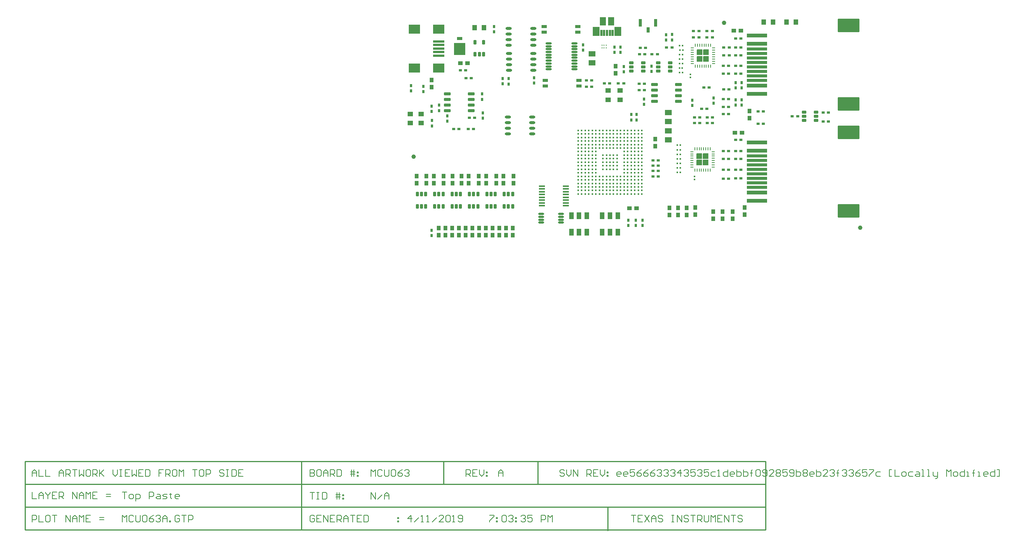
<source format=gtp>
G04*
G04 #@! TF.GenerationSoftware,Altium Limited,Altium Designer,18.1.9 (240)*
G04*
G04 Layer_Color=9021481*
%FSAX25Y25*%
%MOIN*%
G70*
G01*
G75*
%ADD15C,0.00800*%
%ADD16C,0.01000*%
G04:AMPARAMS|DCode=25|XSize=50mil|YSize=50mil|CornerRadius=2mil|HoleSize=0mil|Usage=FLASHONLY|Rotation=90.000|XOffset=0mil|YOffset=0mil|HoleType=Round|Shape=RoundedRectangle|*
%AMROUNDEDRECTD25*
21,1,0.05000,0.04600,0,0,90.0*
21,1,0.04600,0.05000,0,0,90.0*
1,1,0.00400,0.02300,0.02300*
1,1,0.00400,0.02300,-0.02300*
1,1,0.00400,-0.02300,-0.02300*
1,1,0.00400,-0.02300,0.02300*
%
%ADD25ROUNDEDRECTD25*%
%ADD26C,0.01575*%
G04:AMPARAMS|DCode=27|XSize=118.11mil|YSize=192.91mil|CornerRadius=1.77mil|HoleSize=0mil|Usage=FLASHONLY|Rotation=90.000|XOffset=0mil|YOffset=0mil|HoleType=Round|Shape=RoundedRectangle|*
%AMROUNDEDRECTD27*
21,1,0.11811,0.18937,0,0,90.0*
21,1,0.11457,0.19291,0,0,90.0*
1,1,0.00354,0.09469,0.05728*
1,1,0.00354,0.09469,-0.05728*
1,1,0.00354,-0.09469,-0.05728*
1,1,0.00354,-0.09469,0.05728*
%
%ADD27ROUNDEDRECTD27*%
G04:AMPARAMS|DCode=28|XSize=31.89mil|YSize=181.1mil|CornerRadius=1.91mil|HoleSize=0mil|Usage=FLASHONLY|Rotation=90.000|XOffset=0mil|YOffset=0mil|HoleType=Round|Shape=RoundedRectangle|*
%AMROUNDEDRECTD28*
21,1,0.03189,0.17728,0,0,90.0*
21,1,0.02806,0.18110,0,0,90.0*
1,1,0.00383,0.08864,0.01403*
1,1,0.00383,0.08864,-0.01403*
1,1,0.00383,-0.08864,-0.01403*
1,1,0.00383,-0.08864,0.01403*
%
%ADD28ROUNDEDRECTD28*%
G04:AMPARAMS|DCode=29|XSize=24.02mil|YSize=181.1mil|CornerRadius=1.92mil|HoleSize=0mil|Usage=FLASHONLY|Rotation=90.000|XOffset=0mil|YOffset=0mil|HoleType=Round|Shape=RoundedRectangle|*
%AMROUNDEDRECTD29*
21,1,0.02402,0.17726,0,0,90.0*
21,1,0.02017,0.18110,0,0,90.0*
1,1,0.00384,0.08863,0.01009*
1,1,0.00384,0.08863,-0.01009*
1,1,0.00384,-0.08863,-0.01009*
1,1,0.00384,-0.08863,0.01009*
%
%ADD29ROUNDEDRECTD29*%
%ADD30R,0.09843X0.07874*%
%ADD31R,0.09843X0.01968*%
%ADD32R,0.04331X0.04724*%
%ADD33R,0.04724X0.04331*%
%ADD34R,0.03937X0.06299*%
%ADD35R,0.03150X0.07087*%
%ADD36R,0.03150X0.04724*%
%ADD37R,0.05000X0.02992*%
G04:AMPARAMS|DCode=38|XSize=23.62mil|YSize=57.09mil|CornerRadius=2.01mil|HoleSize=0mil|Usage=FLASHONLY|Rotation=90.000|XOffset=0mil|YOffset=0mil|HoleType=Round|Shape=RoundedRectangle|*
%AMROUNDEDRECTD38*
21,1,0.02362,0.05307,0,0,90.0*
21,1,0.01961,0.05709,0,0,90.0*
1,1,0.00402,0.02653,0.00980*
1,1,0.00402,0.02653,-0.00980*
1,1,0.00402,-0.02653,-0.00980*
1,1,0.00402,-0.02653,0.00980*
%
%ADD38ROUNDEDRECTD38*%
G04:AMPARAMS|DCode=39|XSize=9.84mil|YSize=23.62mil|CornerRadius=1.97mil|HoleSize=0mil|Usage=FLASHONLY|Rotation=180.000|XOffset=0mil|YOffset=0mil|HoleType=Round|Shape=RoundedRectangle|*
%AMROUNDEDRECTD39*
21,1,0.00984,0.01968,0,0,180.0*
21,1,0.00591,0.02362,0,0,180.0*
1,1,0.00394,-0.00295,0.00984*
1,1,0.00394,0.00295,0.00984*
1,1,0.00394,0.00295,-0.00984*
1,1,0.00394,-0.00295,-0.00984*
%
%ADD39ROUNDEDRECTD39*%
G04:AMPARAMS|DCode=40|XSize=9.84mil|YSize=23.62mil|CornerRadius=1.97mil|HoleSize=0mil|Usage=FLASHONLY|Rotation=90.000|XOffset=0mil|YOffset=0mil|HoleType=Round|Shape=RoundedRectangle|*
%AMROUNDEDRECTD40*
21,1,0.00984,0.01968,0,0,90.0*
21,1,0.00591,0.02362,0,0,90.0*
1,1,0.00394,0.00984,0.00295*
1,1,0.00394,0.00984,-0.00295*
1,1,0.00394,-0.00984,-0.00295*
1,1,0.00394,-0.00984,0.00295*
%
%ADD40ROUNDEDRECTD40*%
%ADD41O,0.05512X0.01772*%
%ADD42R,0.05000X0.03000*%
%ADD43R,0.10000X0.10500*%
G04:AMPARAMS|DCode=44|XSize=54.13mil|YSize=74.8mil|CornerRadius=1.9mil|HoleSize=0mil|Usage=FLASHONLY|Rotation=0.000|XOffset=0mil|YOffset=0mil|HoleType=Round|Shape=RoundedRectangle|*
%AMROUNDEDRECTD44*
21,1,0.05413,0.07101,0,0,0.0*
21,1,0.05034,0.07480,0,0,0.0*
1,1,0.00379,0.02517,-0.03551*
1,1,0.00379,-0.02517,-0.03551*
1,1,0.00379,-0.02517,0.03551*
1,1,0.00379,0.02517,0.03551*
%
%ADD44ROUNDEDRECTD44*%
G04:AMPARAMS|DCode=45|XSize=58.07mil|YSize=82.68mil|CornerRadius=2.03mil|HoleSize=0mil|Usage=FLASHONLY|Rotation=0.000|XOffset=0mil|YOffset=0mil|HoleType=Round|Shape=RoundedRectangle|*
%AMROUNDEDRECTD45*
21,1,0.05807,0.07861,0,0,0.0*
21,1,0.05401,0.08268,0,0,0.0*
1,1,0.00407,0.02700,-0.03931*
1,1,0.00407,-0.02700,-0.03931*
1,1,0.00407,-0.02700,0.03931*
1,1,0.00407,0.02700,0.03931*
%
%ADD45ROUNDEDRECTD45*%
G04:AMPARAMS|DCode=46|XSize=17.72mil|YSize=54.33mil|CornerRadius=1.95mil|HoleSize=0mil|Usage=FLASHONLY|Rotation=0.000|XOffset=0mil|YOffset=0mil|HoleType=Round|Shape=RoundedRectangle|*
%AMROUNDEDRECTD46*
21,1,0.01772,0.05043,0,0,0.0*
21,1,0.01382,0.05433,0,0,0.0*
1,1,0.00390,0.00691,-0.02522*
1,1,0.00390,-0.00691,-0.02522*
1,1,0.00390,-0.00691,0.02522*
1,1,0.00390,0.00691,0.02522*
%
%ADD46ROUNDEDRECTD46*%
%ADD47C,0.03937*%
G04:AMPARAMS|DCode=48|XSize=7.87mil|YSize=13.78mil|CornerRadius=1.99mil|HoleSize=0mil|Usage=FLASHONLY|Rotation=0.000|XOffset=0mil|YOffset=0mil|HoleType=Round|Shape=RoundedRectangle|*
%AMROUNDEDRECTD48*
21,1,0.00787,0.00980,0,0,0.0*
21,1,0.00390,0.01378,0,0,0.0*
1,1,0.00398,0.00195,-0.00490*
1,1,0.00398,-0.00195,-0.00490*
1,1,0.00398,-0.00195,0.00490*
1,1,0.00398,0.00195,0.00490*
%
%ADD48ROUNDEDRECTD48*%
G04:AMPARAMS|DCode=49|XSize=7.87mil|YSize=11.81mil|CornerRadius=1.99mil|HoleSize=0mil|Usage=FLASHONLY|Rotation=0.000|XOffset=0mil|YOffset=0mil|HoleType=Round|Shape=RoundedRectangle|*
%AMROUNDEDRECTD49*
21,1,0.00787,0.00784,0,0,0.0*
21,1,0.00390,0.01181,0,0,0.0*
1,1,0.00398,0.00195,-0.00392*
1,1,0.00398,-0.00195,-0.00392*
1,1,0.00398,-0.00195,0.00392*
1,1,0.00398,0.00195,0.00392*
%
%ADD49ROUNDEDRECTD49*%
%ADD50O,0.05315X0.01772*%
G04:AMPARAMS|DCode=51|XSize=23.62mil|YSize=39.37mil|CornerRadius=2.01mil|HoleSize=0mil|Usage=FLASHONLY|Rotation=90.000|XOffset=0mil|YOffset=0mil|HoleType=Round|Shape=RoundedRectangle|*
%AMROUNDEDRECTD51*
21,1,0.02362,0.03535,0,0,90.0*
21,1,0.01961,0.03937,0,0,90.0*
1,1,0.00402,0.01768,0.00980*
1,1,0.00402,0.01768,-0.00980*
1,1,0.00402,-0.01768,-0.00980*
1,1,0.00402,-0.01768,0.00980*
%
%ADD51ROUNDEDRECTD51*%
G04:AMPARAMS|DCode=52|XSize=23.62mil|YSize=39.37mil|CornerRadius=2.01mil|HoleSize=0mil|Usage=FLASHONLY|Rotation=180.000|XOffset=0mil|YOffset=0mil|HoleType=Round|Shape=RoundedRectangle|*
%AMROUNDEDRECTD52*
21,1,0.02362,0.03535,0,0,180.0*
21,1,0.01961,0.03937,0,0,180.0*
1,1,0.00402,-0.00980,0.01768*
1,1,0.00402,0.00980,0.01768*
1,1,0.00402,0.00980,-0.01768*
1,1,0.00402,-0.00980,-0.01768*
%
%ADD52ROUNDEDRECTD52*%
%ADD53O,0.05709X0.01575*%
%ADD54O,0.05500X0.02362*%
%ADD55R,0.03937X0.03740*%
%ADD56R,0.01811X0.01654*%
%ADD57R,0.03150X0.02362*%
%ADD58R,0.02362X0.03150*%
%ADD59R,0.03740X0.03937*%
%ADD60R,0.06300X0.05000*%
%ADD61R,0.01654X0.01811*%
G54D15*
X-0248386Y-0188580D02*
X-0244388D01*
X-0246387D01*
Y-0194578D01*
X-0241389D02*
X-0239389D01*
X-0238390Y-0193578D01*
Y-0191579D01*
X-0239389Y-0190579D01*
X-0241389D01*
X-0242388Y-0191579D01*
Y-0193578D01*
X-0241389Y-0194578D01*
X-0236390Y-0196577D02*
Y-0190579D01*
X-0233391D01*
X-0232392Y-0191579D01*
Y-0193578D01*
X-0233391Y-0194578D01*
X-0236390D01*
X-0224394D02*
Y-0188580D01*
X-0221395D01*
X-0220395Y-0189579D01*
Y-0191579D01*
X-0221395Y-0192579D01*
X-0224394D01*
X-0217396Y-0190579D02*
X-0215397D01*
X-0214397Y-0191579D01*
Y-0194578D01*
X-0217396D01*
X-0218396Y-0193578D01*
X-0217396Y-0192579D01*
X-0214397D01*
X-0212398Y-0194578D02*
X-0209399D01*
X-0208399Y-0193578D01*
X-0209399Y-0192579D01*
X-0211398D01*
X-0212398Y-0191579D01*
X-0211398Y-0190579D01*
X-0208399D01*
X-0205400Y-0189579D02*
Y-0190579D01*
X-0206400D01*
X-0204401D01*
X-0205400D01*
Y-0193578D01*
X-0204401Y-0194578D01*
X-0198403D02*
X-0200402D01*
X-0201402Y-0193578D01*
Y-0191579D01*
X-0200402Y-0190579D01*
X-0198403D01*
X-0197403Y-0191579D01*
Y-0192579D01*
X-0201402D01*
X0195113Y-0174295D02*
X0193113D01*
X0192114Y-0173296D01*
Y-0171296D01*
X0193113Y-0170297D01*
X0195113D01*
X0196112Y-0171296D01*
Y-0172296D01*
X0192114D01*
X0201111Y-0174295D02*
X0199111D01*
X0198112Y-0173296D01*
Y-0171296D01*
X0199111Y-0170297D01*
X0201111D01*
X0202110Y-0171296D01*
Y-0172296D01*
X0198112D01*
X0208108Y-0168297D02*
X0204110D01*
Y-0171296D01*
X0206109Y-0170297D01*
X0207109D01*
X0208108Y-0171296D01*
Y-0173296D01*
X0207109Y-0174295D01*
X0205109D01*
X0204110Y-0173296D01*
X0214106Y-0168297D02*
X0212107Y-0169297D01*
X0210108Y-0171296D01*
Y-0173296D01*
X0211107Y-0174295D01*
X0213107D01*
X0214106Y-0173296D01*
Y-0172296D01*
X0213107Y-0171296D01*
X0210108D01*
X0220105Y-0168297D02*
X0218105Y-0169297D01*
X0216106Y-0171296D01*
Y-0173296D01*
X0217106Y-0174295D01*
X0219105D01*
X0220105Y-0173296D01*
Y-0172296D01*
X0219105Y-0171296D01*
X0216106D01*
X0226103Y-0168297D02*
X0224103Y-0169297D01*
X0222104Y-0171296D01*
Y-0173296D01*
X0223104Y-0174295D01*
X0225103D01*
X0226103Y-0173296D01*
Y-0172296D01*
X0225103Y-0171296D01*
X0222104D01*
X0228102Y-0169297D02*
X0229102Y-0168297D01*
X0231101D01*
X0232101Y-0169297D01*
Y-0170297D01*
X0231101Y-0171296D01*
X0230101D01*
X0231101D01*
X0232101Y-0172296D01*
Y-0173296D01*
X0231101Y-0174295D01*
X0229102D01*
X0228102Y-0173296D01*
X0234100Y-0169297D02*
X0235100Y-0168297D01*
X0237099D01*
X0238099Y-0169297D01*
Y-0170297D01*
X0237099Y-0171296D01*
X0236099D01*
X0237099D01*
X0238099Y-0172296D01*
Y-0173296D01*
X0237099Y-0174295D01*
X0235100D01*
X0234100Y-0173296D01*
X0240098Y-0169297D02*
X0241098Y-0168297D01*
X0243097D01*
X0244097Y-0169297D01*
Y-0170297D01*
X0243097Y-0171296D01*
X0242097D01*
X0243097D01*
X0244097Y-0172296D01*
Y-0173296D01*
X0243097Y-0174295D01*
X0241098D01*
X0240098Y-0173296D01*
X0249095Y-0174295D02*
Y-0168297D01*
X0246096Y-0171296D01*
X0250095D01*
X0252094Y-0169297D02*
X0253094Y-0168297D01*
X0255093D01*
X0256093Y-0169297D01*
Y-0170297D01*
X0255093Y-0171296D01*
X0254094D01*
X0255093D01*
X0256093Y-0172296D01*
Y-0173296D01*
X0255093Y-0174295D01*
X0253094D01*
X0252094Y-0173296D01*
X0262091Y-0168297D02*
X0258092D01*
Y-0171296D01*
X0260092Y-0170297D01*
X0261091D01*
X0262091Y-0171296D01*
Y-0173296D01*
X0261091Y-0174295D01*
X0259092D01*
X0258092Y-0173296D01*
X0264090Y-0169297D02*
X0265090Y-0168297D01*
X0267089D01*
X0268089Y-0169297D01*
Y-0170297D01*
X0267089Y-0171296D01*
X0266090D01*
X0267089D01*
X0268089Y-0172296D01*
Y-0173296D01*
X0267089Y-0174295D01*
X0265090D01*
X0264090Y-0173296D01*
X0274087Y-0168297D02*
X0270088D01*
Y-0171296D01*
X0272088Y-0170297D01*
X0273087D01*
X0274087Y-0171296D01*
Y-0173296D01*
X0273087Y-0174295D01*
X0271088D01*
X0270088Y-0173296D01*
X0280085Y-0170297D02*
X0277086D01*
X0276086Y-0171296D01*
Y-0173296D01*
X0277086Y-0174295D01*
X0280085D01*
X0282084D02*
X0284084D01*
X0283084D01*
Y-0168297D01*
X0282084Y-0169297D01*
X0291082Y-0168297D02*
Y-0174295D01*
X0288083D01*
X0287083Y-0173296D01*
Y-0171296D01*
X0288083Y-0170297D01*
X0291082D01*
X0296080Y-0174295D02*
X0294081D01*
X0293081Y-0173296D01*
Y-0171296D01*
X0294081Y-0170297D01*
X0296080D01*
X0297080Y-0171296D01*
Y-0172296D01*
X0293081D01*
X0299079Y-0168297D02*
Y-0174295D01*
X0302078D01*
X0303078Y-0173296D01*
Y-0172296D01*
Y-0171296D01*
X0302078Y-0170297D01*
X0299079D01*
X0305077Y-0168297D02*
Y-0174295D01*
X0308076D01*
X0309076Y-0173296D01*
Y-0172296D01*
Y-0171296D01*
X0308076Y-0170297D01*
X0305077D01*
X0312075Y-0174295D02*
Y-0169297D01*
Y-0171296D01*
X0311075D01*
X0313074D01*
X0312075D01*
Y-0169297D01*
X0313074Y-0168297D01*
X0316073Y-0169297D02*
X0317073Y-0168297D01*
X0319073D01*
X0320072Y-0169297D01*
Y-0173296D01*
X0319073Y-0174295D01*
X0317073D01*
X0316073Y-0173296D01*
Y-0169297D01*
X0322072Y-0173296D02*
X0323071Y-0174295D01*
X0325071D01*
X0326070Y-0173296D01*
Y-0169297D01*
X0325071Y-0168297D01*
X0323071D01*
X0322072Y-0169297D01*
Y-0170297D01*
X0323071Y-0171296D01*
X0326070D01*
X0332068Y-0174295D02*
X0328070D01*
X0332068Y-0170297D01*
Y-0169297D01*
X0331069Y-0168297D01*
X0329069D01*
X0328070Y-0169297D01*
X0334068D02*
X0335067Y-0168297D01*
X0337067D01*
X0338066Y-0169297D01*
Y-0170297D01*
X0337067Y-0171296D01*
X0338066Y-0172296D01*
Y-0173296D01*
X0337067Y-0174295D01*
X0335067D01*
X0334068Y-0173296D01*
Y-0172296D01*
X0335067Y-0171296D01*
X0334068Y-0170297D01*
Y-0169297D01*
X0335067Y-0171296D02*
X0337067D01*
X0344064Y-0168297D02*
X0340066D01*
Y-0171296D01*
X0342065Y-0170297D01*
X0343065D01*
X0344064Y-0171296D01*
Y-0173296D01*
X0343065Y-0174295D01*
X0341065D01*
X0340066Y-0173296D01*
X0346064D02*
X0347063Y-0174295D01*
X0349063D01*
X0350062Y-0173296D01*
Y-0169297D01*
X0349063Y-0168297D01*
X0347063D01*
X0346064Y-0169297D01*
Y-0170297D01*
X0347063Y-0171296D01*
X0350062D01*
X0352062Y-0168297D02*
Y-0174295D01*
X0355061D01*
X0356061Y-0173296D01*
Y-0172296D01*
Y-0171296D01*
X0355061Y-0170297D01*
X0352062D01*
X0358060Y-0169297D02*
X0359060Y-0168297D01*
X0361059D01*
X0362059Y-0169297D01*
Y-0170297D01*
X0361059Y-0171296D01*
X0362059Y-0172296D01*
Y-0173296D01*
X0361059Y-0174295D01*
X0359060D01*
X0358060Y-0173296D01*
Y-0172296D01*
X0359060Y-0171296D01*
X0358060Y-0170297D01*
Y-0169297D01*
X0359060Y-0171296D02*
X0361059D01*
X0367057Y-0174295D02*
X0365058D01*
X0364058Y-0173296D01*
Y-0171296D01*
X0365058Y-0170297D01*
X0367057D01*
X0368057Y-0171296D01*
Y-0172296D01*
X0364058D01*
X0370056Y-0168297D02*
Y-0174295D01*
X0373055D01*
X0374055Y-0173296D01*
Y-0172296D01*
Y-0171296D01*
X0373055Y-0170297D01*
X0370056D01*
X0380053Y-0174295D02*
X0376054D01*
X0380053Y-0170297D01*
Y-0169297D01*
X0379053Y-0168297D01*
X0377054D01*
X0376054Y-0169297D01*
X0382052D02*
X0383052Y-0168297D01*
X0385051D01*
X0386051Y-0169297D01*
Y-0170297D01*
X0385051Y-0171296D01*
X0384051D01*
X0385051D01*
X0386051Y-0172296D01*
Y-0173296D01*
X0385051Y-0174295D01*
X0383052D01*
X0382052Y-0173296D01*
X0389050Y-0174295D02*
Y-0169297D01*
Y-0171296D01*
X0388050D01*
X0390050D01*
X0389050D01*
Y-0169297D01*
X0390050Y-0168297D01*
X0393049Y-0169297D02*
X0394048Y-0168297D01*
X0396048D01*
X0397047Y-0169297D01*
Y-0170297D01*
X0396048Y-0171296D01*
X0395048D01*
X0396048D01*
X0397047Y-0172296D01*
Y-0173296D01*
X0396048Y-0174295D01*
X0394048D01*
X0393049Y-0173296D01*
X0399047Y-0169297D02*
X0400046Y-0168297D01*
X0402046D01*
X0403045Y-0169297D01*
Y-0170297D01*
X0402046Y-0171296D01*
X0401046D01*
X0402046D01*
X0403045Y-0172296D01*
Y-0173296D01*
X0402046Y-0174295D01*
X0400046D01*
X0399047Y-0173296D01*
X0409043Y-0168297D02*
X0407044Y-0169297D01*
X0405045Y-0171296D01*
Y-0173296D01*
X0406044Y-0174295D01*
X0408044D01*
X0409043Y-0173296D01*
Y-0172296D01*
X0408044Y-0171296D01*
X0405045D01*
X0415041Y-0168297D02*
X0411043D01*
Y-0171296D01*
X0413042Y-0170297D01*
X0414042D01*
X0415041Y-0171296D01*
Y-0173296D01*
X0414042Y-0174295D01*
X0412043D01*
X0411043Y-0173296D01*
X0417041Y-0168297D02*
X0421039D01*
Y-0169297D01*
X0417041Y-0173296D01*
Y-0174295D01*
X0427038Y-0170297D02*
X0424039D01*
X0423039Y-0171296D01*
Y-0173296D01*
X0424039Y-0174295D01*
X0427038D01*
X0437034D02*
X0435035D01*
Y-0168297D01*
X0437034D01*
X0440033D02*
Y-0174295D01*
X0444032D01*
X0447031D02*
X0449030D01*
X0450030Y-0173296D01*
Y-0171296D01*
X0449030Y-0170297D01*
X0447031D01*
X0446032Y-0171296D01*
Y-0173296D01*
X0447031Y-0174295D01*
X0456028Y-0170297D02*
X0453029D01*
X0452030Y-0171296D01*
Y-0173296D01*
X0453029Y-0174295D01*
X0456028D01*
X0459027Y-0170297D02*
X0461027D01*
X0462026Y-0171296D01*
Y-0174295D01*
X0459027D01*
X0458028Y-0173296D01*
X0459027Y-0172296D01*
X0462026D01*
X0464026Y-0174295D02*
X0466025D01*
X0465025D01*
Y-0168297D01*
X0464026D01*
X0469024Y-0174295D02*
X0471023D01*
X0470024D01*
Y-0168297D01*
X0469024D01*
X0474022Y-0170297D02*
Y-0173296D01*
X0475022Y-0174295D01*
X0478021D01*
Y-0175295D01*
X0477021Y-0176295D01*
X0476022D01*
X0478021Y-0174295D02*
Y-0170297D01*
X0486019Y-0174295D02*
Y-0168297D01*
X0488018Y-0170297D01*
X0490017Y-0168297D01*
Y-0174295D01*
X0493016D02*
X0495016D01*
X0496015Y-0173296D01*
Y-0171296D01*
X0495016Y-0170297D01*
X0493016D01*
X0492017Y-0171296D01*
Y-0173296D01*
X0493016Y-0174295D01*
X0502013Y-0168297D02*
Y-0174295D01*
X0499014D01*
X0498015Y-0173296D01*
Y-0171296D01*
X0499014Y-0170297D01*
X0502013D01*
X0504013Y-0174295D02*
X0506012D01*
X0505012D01*
Y-0170297D01*
X0504013D01*
X0510011Y-0174295D02*
Y-0169297D01*
Y-0171296D01*
X0509011D01*
X0511010D01*
X0510011D01*
Y-0169297D01*
X0511010Y-0168297D01*
X0514010Y-0174295D02*
X0516009D01*
X0515009D01*
Y-0170297D01*
X0514010D01*
X0522007Y-0174295D02*
X0520008D01*
X0519008Y-0173296D01*
Y-0171296D01*
X0520008Y-0170297D01*
X0522007D01*
X0523006Y-0171296D01*
Y-0172296D01*
X0519008D01*
X0529005Y-0168297D02*
Y-0174295D01*
X0526006D01*
X0525006Y-0173296D01*
Y-0171296D01*
X0526006Y-0170297D01*
X0529005D01*
X0531004Y-0174295D02*
X0533003D01*
Y-0168297D01*
X0531004D01*
X0145512Y-0169297D02*
X0144513Y-0168297D01*
X0142513D01*
X0141514Y-0169297D01*
Y-0170297D01*
X0142513Y-0171296D01*
X0144513D01*
X0145512Y-0172296D01*
Y-0173296D01*
X0144513Y-0174295D01*
X0142513D01*
X0141514Y-0173296D01*
X0147512Y-0168297D02*
Y-0172296D01*
X0149511Y-0174295D01*
X0151510Y-0172296D01*
Y-0168297D01*
X0153510Y-0174295D02*
Y-0168297D01*
X0157508Y-0174295D01*
Y-0168297D01*
X0165506Y-0174295D02*
Y-0168297D01*
X0168505D01*
X0169504Y-0169297D01*
Y-0171296D01*
X0168505Y-0172296D01*
X0165506D01*
X0167505D02*
X0169504Y-0174295D01*
X0175503Y-0168297D02*
X0171504D01*
Y-0174295D01*
X0175503D01*
X0171504Y-0171296D02*
X0173503D01*
X0177502Y-0168297D02*
Y-0172296D01*
X0179501Y-0174295D01*
X0181501Y-0172296D01*
Y-0168297D01*
X0183500Y-0170297D02*
X0184500D01*
Y-0171296D01*
X0183500D01*
Y-0170297D01*
Y-0173296D02*
X0184500D01*
Y-0174295D01*
X0183500D01*
Y-0173296D01*
X0057714Y-0174295D02*
Y-0168297D01*
X0060713D01*
X0061712Y-0169297D01*
Y-0171296D01*
X0060713Y-0172296D01*
X0057714D01*
X0059713D02*
X0061712Y-0174295D01*
X0067710Y-0168297D02*
X0063712D01*
Y-0174295D01*
X0067710D01*
X0063712Y-0171296D02*
X0065711D01*
X0069710Y-0168297D02*
Y-0172296D01*
X0071709Y-0174295D01*
X0073708Y-0172296D01*
Y-0168297D01*
X0075708Y-0170297D02*
X0076708D01*
Y-0171296D01*
X0075708D01*
Y-0170297D01*
Y-0173296D02*
X0076708D01*
Y-0174295D01*
X0075708D01*
Y-0173296D01*
X-0248386Y-0215162D02*
Y-0209164D01*
X-0246387Y-0211163D01*
X-0244388Y-0209164D01*
Y-0215162D01*
X-0238390Y-0210164D02*
X-0239389Y-0209164D01*
X-0241389D01*
X-0242388Y-0210164D01*
Y-0214162D01*
X-0241389Y-0215162D01*
X-0239389D01*
X-0238390Y-0214162D01*
X-0236390Y-0209164D02*
Y-0214162D01*
X-0235391Y-0215162D01*
X-0233391D01*
X-0232392Y-0214162D01*
Y-0209164D01*
X-0230392Y-0210164D02*
X-0229393Y-0209164D01*
X-0227393D01*
X-0226394Y-0210164D01*
Y-0214162D01*
X-0227393Y-0215162D01*
X-0229393D01*
X-0230392Y-0214162D01*
Y-0210164D01*
X-0220395Y-0209164D02*
X-0222395Y-0210164D01*
X-0224394Y-0212163D01*
Y-0214162D01*
X-0223394Y-0215162D01*
X-0221395D01*
X-0220395Y-0214162D01*
Y-0213163D01*
X-0221395Y-0212163D01*
X-0224394D01*
X-0218396Y-0210164D02*
X-0217396Y-0209164D01*
X-0215397D01*
X-0214397Y-0210164D01*
Y-0211163D01*
X-0215397Y-0212163D01*
X-0216397D01*
X-0215397D01*
X-0214397Y-0213163D01*
Y-0214162D01*
X-0215397Y-0215162D01*
X-0217396D01*
X-0218396Y-0214162D01*
X-0212398Y-0215162D02*
Y-0211163D01*
X-0210399Y-0209164D01*
X-0208399Y-0211163D01*
Y-0215162D01*
Y-0212163D01*
X-0212398D01*
X-0206400Y-0215162D02*
Y-0214162D01*
X-0205400D01*
Y-0215162D01*
X-0206400D01*
X-0197403Y-0210164D02*
X-0198403Y-0209164D01*
X-0200402D01*
X-0201402Y-0210164D01*
Y-0214162D01*
X-0200402Y-0215162D01*
X-0198403D01*
X-0197403Y-0214162D01*
Y-0212163D01*
X-0199402D01*
X-0195404Y-0209164D02*
X-0191405D01*
X-0193404D01*
Y-0215162D01*
X-0189406D02*
Y-0209164D01*
X-0186406D01*
X-0185407Y-0210164D01*
Y-0212163D01*
X-0186406Y-0213163D01*
X-0189406D01*
X0008863Y-0215162D02*
Y-0209164D01*
X0005864Y-0212163D01*
X0009862D01*
X0011862Y-0215162D02*
X0015860Y-0211163D01*
X0017860Y-0215162D02*
X0019859D01*
X0018859D01*
Y-0209164D01*
X0017860Y-0210164D01*
X0022858Y-0215162D02*
X0024858D01*
X0023858D01*
Y-0209164D01*
X0022858Y-0210164D01*
X0027856Y-0215162D02*
X0031855Y-0211163D01*
X0037853Y-0215162D02*
X0033854D01*
X0037853Y-0211163D01*
Y-0210164D01*
X0036854Y-0209164D01*
X0034854D01*
X0033854Y-0210164D01*
X0039853D02*
X0040852Y-0209164D01*
X0042852D01*
X0043851Y-0210164D01*
Y-0214162D01*
X0042852Y-0215162D01*
X0040852D01*
X0039853Y-0214162D01*
Y-0210164D01*
X0045851Y-0215162D02*
X0047850D01*
X0046850D01*
Y-0209164D01*
X0045851Y-0210164D01*
X0050849Y-0214162D02*
X0051849Y-0215162D01*
X0053848D01*
X0054848Y-0214162D01*
Y-0210164D01*
X0053848Y-0209164D01*
X0051849D01*
X0050849Y-0210164D01*
Y-0211163D01*
X0051849Y-0212163D01*
X0054848D01*
X-0077088Y-0210164D02*
X-0078087Y-0209164D01*
X-0080087D01*
X-0081086Y-0210164D01*
Y-0214162D01*
X-0080087Y-0215162D01*
X-0078087D01*
X-0077088Y-0214162D01*
Y-0212163D01*
X-0079087D01*
X-0071090Y-0209164D02*
X-0075088D01*
Y-0215162D01*
X-0071090D01*
X-0075088Y-0212163D02*
X-0073089D01*
X-0069090Y-0215162D02*
Y-0209164D01*
X-0065092Y-0215162D01*
Y-0209164D01*
X-0059093D02*
X-0063092D01*
Y-0215162D01*
X-0059093D01*
X-0063092Y-0212163D02*
X-0061093D01*
X-0057094Y-0215162D02*
Y-0209164D01*
X-0054095D01*
X-0053096Y-0210164D01*
Y-0212163D01*
X-0054095Y-0213163D01*
X-0057094D01*
X-0055095D02*
X-0053096Y-0215162D01*
X-0051096D02*
Y-0211163D01*
X-0049097Y-0209164D01*
X-0047097Y-0211163D01*
Y-0215162D01*
Y-0212163D01*
X-0051096D01*
X-0045098Y-0209164D02*
X-0041099D01*
X-0043099D01*
Y-0215162D01*
X-0035101Y-0209164D02*
X-0039100D01*
Y-0215162D01*
X-0035101D01*
X-0039100Y-0212163D02*
X-0037101D01*
X-0033102Y-0209164D02*
Y-0215162D01*
X-0030103D01*
X-0029103Y-0214162D01*
Y-0210164D01*
X-0030103Y-0209164D01*
X-0033102D01*
X-0003112Y-0211163D02*
X-0002112D01*
Y-0212163D01*
X-0003112D01*
Y-0211163D01*
Y-0214162D02*
X-0002112D01*
Y-0215162D01*
X-0003112D01*
Y-0214162D01*
X-0328936Y-0174295D02*
Y-0170297D01*
X-0326937Y-0168297D01*
X-0324938Y-0170297D01*
Y-0174295D01*
Y-0171296D01*
X-0328936D01*
X-0322938Y-0168297D02*
Y-0174295D01*
X-0318940D01*
X-0316940Y-0168297D02*
Y-0174295D01*
X-0312942D01*
X-0304944D02*
Y-0170297D01*
X-0302945Y-0168297D01*
X-0300945Y-0170297D01*
Y-0174295D01*
Y-0171296D01*
X-0304944D01*
X-0298946Y-0174295D02*
Y-0168297D01*
X-0295947D01*
X-0294947Y-0169297D01*
Y-0171296D01*
X-0295947Y-0172296D01*
X-0298946D01*
X-0296947D02*
X-0294947Y-0174295D01*
X-0292948Y-0168297D02*
X-0288949D01*
X-0290949D01*
Y-0174295D01*
X-0286950Y-0168297D02*
Y-0174295D01*
X-0284951Y-0172296D01*
X-0282951Y-0174295D01*
Y-0168297D01*
X-0277953D02*
X-0279952D01*
X-0280952Y-0169297D01*
Y-0173296D01*
X-0279952Y-0174295D01*
X-0277953D01*
X-0276953Y-0173296D01*
Y-0169297D01*
X-0277953Y-0168297D01*
X-0274954Y-0174295D02*
Y-0168297D01*
X-0271955D01*
X-0270955Y-0169297D01*
Y-0171296D01*
X-0271955Y-0172296D01*
X-0274954D01*
X-0272955D02*
X-0270955Y-0174295D01*
X-0268956Y-0168297D02*
Y-0174295D01*
Y-0172296D01*
X-0264957Y-0168297D01*
X-0267956Y-0171296D01*
X-0264957Y-0174295D01*
X-0256960Y-0168297D02*
Y-0172296D01*
X-0254960Y-0174295D01*
X-0252961Y-0172296D01*
Y-0168297D01*
X-0250962D02*
X-0248962D01*
X-0249962D01*
Y-0174295D01*
X-0250962D01*
X-0248962D01*
X-0241965Y-0168297D02*
X-0245963D01*
Y-0174295D01*
X-0241965D01*
X-0245963Y-0171296D02*
X-0243964D01*
X-0239965Y-0168297D02*
Y-0174295D01*
X-0237966Y-0172296D01*
X-0235966Y-0174295D01*
Y-0168297D01*
X-0229968D02*
X-0233967D01*
Y-0174295D01*
X-0229968D01*
X-0233967Y-0171296D02*
X-0231968D01*
X-0227969Y-0168297D02*
Y-0174295D01*
X-0224970D01*
X-0223970Y-0173296D01*
Y-0169297D01*
X-0224970Y-0168297D01*
X-0227969D01*
X-0211974D02*
X-0215973D01*
Y-0171296D01*
X-0213974D01*
X-0215973D01*
Y-0174295D01*
X-0209975D02*
Y-0168297D01*
X-0206976D01*
X-0205976Y-0169297D01*
Y-0171296D01*
X-0206976Y-0172296D01*
X-0209975D01*
X-0207976D02*
X-0205976Y-0174295D01*
X-0200978Y-0168297D02*
X-0202977D01*
X-0203977Y-0169297D01*
Y-0173296D01*
X-0202977Y-0174295D01*
X-0200978D01*
X-0199978Y-0173296D01*
Y-0169297D01*
X-0200978Y-0168297D01*
X-0197979Y-0174295D02*
Y-0168297D01*
X-0195979Y-0170297D01*
X-0193980Y-0168297D01*
Y-0174295D01*
X-0185983Y-0168297D02*
X-0181984D01*
X-0183983D01*
Y-0174295D01*
X-0176986Y-0168297D02*
X-0178985D01*
X-0179985Y-0169297D01*
Y-0173296D01*
X-0178985Y-0174295D01*
X-0176986D01*
X-0175986Y-0173296D01*
Y-0169297D01*
X-0176986Y-0168297D01*
X-0173986Y-0174295D02*
Y-0168297D01*
X-0170987D01*
X-0169988Y-0169297D01*
Y-0171296D01*
X-0170987Y-0172296D01*
X-0173986D01*
X-0157992Y-0169297D02*
X-0158991Y-0168297D01*
X-0160991D01*
X-0161990Y-0169297D01*
Y-0170297D01*
X-0160991Y-0171296D01*
X-0158991D01*
X-0157992Y-0172296D01*
Y-0173296D01*
X-0158991Y-0174295D01*
X-0160991D01*
X-0161990Y-0173296D01*
X-0155992Y-0168297D02*
X-0153993D01*
X-0154993D01*
Y-0174295D01*
X-0155992D01*
X-0153993D01*
X-0150994Y-0168297D02*
Y-0174295D01*
X-0147995D01*
X-0146995Y-0173296D01*
Y-0169297D01*
X-0147995Y-0168297D01*
X-0150994D01*
X-0140997D02*
X-0144996D01*
Y-0174295D01*
X-0140997D01*
X-0144996Y-0171296D02*
X-0142997D01*
X0086864Y-0174295D02*
Y-0170297D01*
X0088863Y-0168297D01*
X0090862Y-0170297D01*
Y-0174295D01*
Y-0171296D01*
X0086864D01*
X-0026736Y-0174295D02*
Y-0168297D01*
X-0024737Y-0170297D01*
X-0022738Y-0168297D01*
Y-0174295D01*
X-0016740Y-0169297D02*
X-0017739Y-0168297D01*
X-0019739D01*
X-0020738Y-0169297D01*
Y-0173296D01*
X-0019739Y-0174295D01*
X-0017739D01*
X-0016740Y-0173296D01*
X-0014740Y-0168297D02*
Y-0173296D01*
X-0013741Y-0174295D01*
X-0011741D01*
X-0010742Y-0173296D01*
Y-0168297D01*
X-0008742Y-0169297D02*
X-0007743Y-0168297D01*
X-0005743D01*
X-0004744Y-0169297D01*
Y-0173296D01*
X-0005743Y-0174295D01*
X-0007743D01*
X-0008742Y-0173296D01*
Y-0169297D01*
X0001255Y-0168297D02*
X-0000745Y-0169297D01*
X-0002744Y-0171296D01*
Y-0173296D01*
X-0001744Y-0174295D01*
X0000255D01*
X0001255Y-0173296D01*
Y-0172296D01*
X0000255Y-0171296D01*
X-0002744D01*
X0003254Y-0169297D02*
X0004254Y-0168297D01*
X0006253D01*
X0007253Y-0169297D01*
Y-0170297D01*
X0006253Y-0171296D01*
X0005253D01*
X0006253D01*
X0007253Y-0172296D01*
Y-0173296D01*
X0006253Y-0174295D01*
X0004254D01*
X0003254Y-0173296D01*
X-0081286Y-0168297D02*
Y-0174295D01*
X-0078287D01*
X-0077288Y-0173296D01*
Y-0172296D01*
X-0078287Y-0171296D01*
X-0081286D01*
X-0078287D01*
X-0077288Y-0170297D01*
Y-0169297D01*
X-0078287Y-0168297D01*
X-0081286D01*
X-0072289D02*
X-0074289D01*
X-0075288Y-0169297D01*
Y-0173296D01*
X-0074289Y-0174295D01*
X-0072289D01*
X-0071290Y-0173296D01*
Y-0169297D01*
X-0072289Y-0168297D01*
X-0069290Y-0174295D02*
Y-0170297D01*
X-0067291Y-0168297D01*
X-0065292Y-0170297D01*
Y-0174295D01*
Y-0171296D01*
X-0069290D01*
X-0063292Y-0174295D02*
Y-0168297D01*
X-0060293D01*
X-0059294Y-0169297D01*
Y-0171296D01*
X-0060293Y-0172296D01*
X-0063292D01*
X-0061293D02*
X-0059294Y-0174295D01*
X-0057294Y-0168297D02*
Y-0174295D01*
X-0054295D01*
X-0053295Y-0173296D01*
Y-0169297D01*
X-0054295Y-0168297D01*
X-0057294D01*
X-0044298Y-0174295D02*
Y-0168297D01*
X-0042299D02*
Y-0174295D01*
X-0045298Y-0170297D02*
X-0042299D01*
X-0041299D01*
X-0045298Y-0172296D02*
X-0041299D01*
X-0039300Y-0170297D02*
X-0038300D01*
Y-0171296D01*
X-0039300D01*
Y-0170297D01*
Y-0173296D02*
X-0038300D01*
Y-0174295D01*
X-0039300D01*
Y-0173296D01*
X-0328936Y-0188580D02*
Y-0194578D01*
X-0324938D01*
X-0322938D02*
Y-0190579D01*
X-0320939Y-0188580D01*
X-0318940Y-0190579D01*
Y-0194578D01*
Y-0191579D01*
X-0322938D01*
X-0316940Y-0188580D02*
Y-0189579D01*
X-0314941Y-0191579D01*
X-0312942Y-0189579D01*
Y-0188580D01*
X-0314941Y-0191579D02*
Y-0194578D01*
X-0306943Y-0188580D02*
X-0310942D01*
Y-0194578D01*
X-0306943D01*
X-0310942Y-0191579D02*
X-0308943D01*
X-0304944Y-0194578D02*
Y-0188580D01*
X-0301945D01*
X-0300945Y-0189579D01*
Y-0191579D01*
X-0301945Y-0192579D01*
X-0304944D01*
X-0302945D02*
X-0300945Y-0194578D01*
X-0292948D02*
Y-0188580D01*
X-0288949Y-0194578D01*
Y-0188580D01*
X-0286950Y-0194578D02*
Y-0190579D01*
X-0284951Y-0188580D01*
X-0282951Y-0190579D01*
Y-0194578D01*
Y-0191579D01*
X-0286950D01*
X-0280952Y-0194578D02*
Y-0188580D01*
X-0278953Y-0190579D01*
X-0276953Y-0188580D01*
Y-0194578D01*
X-0270955Y-0188580D02*
X-0274954D01*
Y-0194578D01*
X-0270955D01*
X-0274954Y-0191579D02*
X-0272955D01*
X-0262958Y-0192579D02*
X-0258959D01*
X-0262958Y-0190579D02*
X-0258959D01*
X-0328936Y-0215162D02*
Y-0209164D01*
X-0325937D01*
X-0324938Y-0210164D01*
Y-0212163D01*
X-0325937Y-0213163D01*
X-0328936D01*
X-0322938Y-0209164D02*
Y-0215162D01*
X-0318940D01*
X-0313941Y-0209164D02*
X-0315941D01*
X-0316940Y-0210164D01*
Y-0214162D01*
X-0315941Y-0215162D01*
X-0313941D01*
X-0312942Y-0214162D01*
Y-0210164D01*
X-0313941Y-0209164D01*
X-0310942D02*
X-0306943D01*
X-0308943D01*
Y-0215162D01*
X-0298946D02*
Y-0209164D01*
X-0294947Y-0215162D01*
Y-0209164D01*
X-0292948Y-0215162D02*
Y-0211163D01*
X-0290949Y-0209164D01*
X-0288949Y-0211163D01*
Y-0215162D01*
Y-0212163D01*
X-0292948D01*
X-0286950Y-0215162D02*
Y-0209164D01*
X-0284951Y-0211163D01*
X-0282951Y-0209164D01*
Y-0215162D01*
X-0276953Y-0209164D02*
X-0280952D01*
Y-0215162D01*
X-0276953D01*
X-0280952Y-0212163D02*
X-0278953D01*
X-0268956Y-0213163D02*
X-0264957D01*
X-0268956Y-0211163D02*
X-0264957D01*
X0078764Y-0209164D02*
X0082762D01*
Y-0210164D01*
X0078764Y-0214162D01*
Y-0215162D01*
X0084762Y-0211163D02*
X0085761D01*
Y-0212163D01*
X0084762D01*
Y-0211163D01*
Y-0214162D02*
X0085761D01*
Y-0215162D01*
X0084762D01*
Y-0214162D01*
X0089760Y-0210164D02*
X0090760Y-0209164D01*
X0092759D01*
X0093759Y-0210164D01*
Y-0214162D01*
X0092759Y-0215162D01*
X0090760D01*
X0089760Y-0214162D01*
Y-0210164D01*
X0095758D02*
X0096758Y-0209164D01*
X0098757D01*
X0099757Y-0210164D01*
Y-0211163D01*
X0098757Y-0212163D01*
X0097757D01*
X0098757D01*
X0099757Y-0213163D01*
Y-0214162D01*
X0098757Y-0215162D01*
X0096758D01*
X0095758Y-0214162D01*
X0101756Y-0211163D02*
X0102756D01*
Y-0212163D01*
X0101756D01*
Y-0211163D01*
Y-0214162D02*
X0102756D01*
Y-0215162D01*
X0101756D01*
Y-0214162D01*
X0106755Y-0210164D02*
X0107754Y-0209164D01*
X0109754D01*
X0110753Y-0210164D01*
Y-0211163D01*
X0109754Y-0212163D01*
X0108754D01*
X0109754D01*
X0110753Y-0213163D01*
Y-0214162D01*
X0109754Y-0215162D01*
X0107754D01*
X0106755Y-0214162D01*
X0116751Y-0209164D02*
X0112753D01*
Y-0212163D01*
X0114752Y-0211163D01*
X0115752D01*
X0116751Y-0212163D01*
Y-0214162D01*
X0115752Y-0215162D01*
X0113752D01*
X0112753Y-0214162D01*
X0124749Y-0215162D02*
Y-0209164D01*
X0127748D01*
X0128747Y-0210164D01*
Y-0212163D01*
X0127748Y-0213163D01*
X0124749D01*
X0130747Y-0215162D02*
Y-0209164D01*
X0132746Y-0211163D01*
X0134746Y-0209164D01*
Y-0215162D01*
X0205214Y-0209164D02*
X0209212D01*
X0207213D01*
Y-0215162D01*
X0215210Y-0209164D02*
X0211212D01*
Y-0215162D01*
X0215210D01*
X0211212Y-0212163D02*
X0213211D01*
X0217210Y-0209164D02*
X0221208Y-0215162D01*
Y-0209164D02*
X0217210Y-0215162D01*
X0223208D02*
Y-0211163D01*
X0225207Y-0209164D01*
X0227206Y-0211163D01*
Y-0215162D01*
Y-0212163D01*
X0223208D01*
X0233205Y-0210164D02*
X0232205Y-0209164D01*
X0230205D01*
X0229206Y-0210164D01*
Y-0211163D01*
X0230205Y-0212163D01*
X0232205D01*
X0233205Y-0213163D01*
Y-0214162D01*
X0232205Y-0215162D01*
X0230205D01*
X0229206Y-0214162D01*
X0241202Y-0209164D02*
X0243201D01*
X0242202D01*
Y-0215162D01*
X0241202D01*
X0243201D01*
X0246200D02*
Y-0209164D01*
X0250199Y-0215162D01*
Y-0209164D01*
X0256197Y-0210164D02*
X0255197Y-0209164D01*
X0253198D01*
X0252198Y-0210164D01*
Y-0211163D01*
X0253198Y-0212163D01*
X0255197D01*
X0256197Y-0213163D01*
Y-0214162D01*
X0255197Y-0215162D01*
X0253198D01*
X0252198Y-0214162D01*
X0258196Y-0209164D02*
X0262195D01*
X0260196D01*
Y-0215162D01*
X0264194D02*
Y-0209164D01*
X0267194D01*
X0268193Y-0210164D01*
Y-0212163D01*
X0267194Y-0213163D01*
X0264194D01*
X0266194D02*
X0268193Y-0215162D01*
X0270193Y-0209164D02*
Y-0214162D01*
X0271192Y-0215162D01*
X0273192D01*
X0274191Y-0214162D01*
Y-0209164D01*
X0276191Y-0215162D02*
Y-0209164D01*
X0278190Y-0211163D01*
X0280189Y-0209164D01*
Y-0215162D01*
X0286187Y-0209164D02*
X0282189D01*
Y-0215162D01*
X0286187D01*
X0282189Y-0212163D02*
X0284188D01*
X0288187Y-0215162D02*
Y-0209164D01*
X0292185Y-0215162D01*
Y-0209164D01*
X0294185D02*
X0298183D01*
X0296184D01*
Y-0215162D01*
X0304182Y-0210164D02*
X0303182Y-0209164D01*
X0301183D01*
X0300183Y-0210164D01*
Y-0211163D01*
X0301183Y-0212163D01*
X0303182D01*
X0304182Y-0213163D01*
Y-0214162D01*
X0303182Y-0215162D01*
X0301183D01*
X0300183Y-0214162D01*
X-0081286Y-0188630D02*
X-0077288D01*
X-0079287D01*
Y-0194629D01*
X-0075288Y-0188630D02*
X-0073289D01*
X-0074289D01*
Y-0194629D01*
X-0075288D01*
X-0073289D01*
X-0070290Y-0188630D02*
Y-0194629D01*
X-0067291D01*
X-0066291Y-0193629D01*
Y-0189630D01*
X-0067291Y-0188630D01*
X-0070290D01*
X-0057294Y-0194629D02*
Y-0188630D01*
X-0055295D02*
Y-0194629D01*
X-0058294Y-0190630D02*
X-0055295D01*
X-0054295D01*
X-0058294Y-0192629D02*
X-0054295D01*
X-0052296Y-0190630D02*
X-0051296D01*
Y-0191630D01*
X-0052296D01*
Y-0190630D01*
Y-0193629D02*
X-0051296D01*
Y-0194629D01*
X-0052296D01*
Y-0193629D01*
X-0026736Y-0194629D02*
Y-0188630D01*
X-0022738Y-0194629D01*
Y-0188630D01*
X-0020738Y-0194629D02*
X-0016740Y-0190630D01*
X-0014740Y-0194629D02*
Y-0190630D01*
X-0012741Y-0188630D01*
X-0010742Y-0190630D01*
Y-0194629D01*
Y-0191630D01*
X-0014740D01*
G54D16*
X0121914Y-0181412D02*
Y-0161079D01*
X0037914Y-0181412D02*
Y-0161079D01*
X-0335286Y-0181412D02*
X0324914D01*
X-0335286Y-0201745D02*
X0324714D01*
X-0335286Y-0222079D02*
X0065214D01*
X-0335236Y-0161079D02*
X0324914D01*
X-0335236Y-0222079D02*
Y-0161079D01*
Y-0222079D02*
X-0177686D01*
X-0335286D02*
Y-0161079D01*
X-0088786Y-0222079D02*
Y-0161079D01*
X0324914Y-0222079D02*
Y-0161079D01*
X0065214Y-0222079D02*
X0324914D01*
X0184114Y-0222729D02*
Y-0202445D01*
G54D25*
X0271501Y0111000D02*
D03*
Y0105213D02*
D03*
X0265714Y0111000D02*
D03*
Y0105213D02*
D03*
X0271895Y0203394D02*
D03*
Y0197606D02*
D03*
X0266107Y0203394D02*
D03*
Y0197606D02*
D03*
G54D26*
X0214488Y0133956D02*
D03*
Y0130807D02*
D03*
X0211339Y0133956D02*
D03*
X0208189Y0130807D02*
D03*
X0214488Y0127657D02*
D03*
X0211339Y0130807D02*
D03*
X0214488Y0124508D02*
D03*
X0211339Y0127657D02*
D03*
Y0124508D02*
D03*
X0208189Y0133956D02*
D03*
X0205040Y0130807D02*
D03*
X0208189Y0127657D02*
D03*
X0205040Y0133956D02*
D03*
X0201890D02*
D03*
Y0130807D02*
D03*
X0205040Y0124508D02*
D03*
Y0127657D02*
D03*
X0208189Y0124508D02*
D03*
X0201890Y0127657D02*
D03*
Y0124508D02*
D03*
X0214488Y0118208D02*
D03*
Y0121358D02*
D03*
Y0115059D02*
D03*
X0211339Y0118208D02*
D03*
Y0121358D02*
D03*
Y0115059D02*
D03*
X0214488Y0111909D02*
D03*
X0211339D02*
D03*
X0214488Y0108759D02*
D03*
X0211339D02*
D03*
Y0105610D02*
D03*
X0208189Y0118208D02*
D03*
Y0121358D02*
D03*
Y0115059D02*
D03*
X0205040Y0118208D02*
D03*
Y0121358D02*
D03*
Y0115059D02*
D03*
X0208189Y0108759D02*
D03*
Y0111909D02*
D03*
X0205040Y0105610D02*
D03*
Y0111909D02*
D03*
Y0108759D02*
D03*
X0198740Y0130807D02*
D03*
Y0133956D02*
D03*
Y0127657D02*
D03*
X0195591Y0130807D02*
D03*
Y0133956D02*
D03*
Y0127657D02*
D03*
X0201890Y0121358D02*
D03*
X0198740Y0124508D02*
D03*
Y0121358D02*
D03*
X0195591Y0124508D02*
D03*
Y0121358D02*
D03*
X0192441Y0133956D02*
D03*
X0189292D02*
D03*
X0192441Y0130807D02*
D03*
X0186142D02*
D03*
Y0133956D02*
D03*
X0189292Y0130807D02*
D03*
X0192441Y0127657D02*
D03*
X0189292D02*
D03*
X0192441Y0124508D02*
D03*
X0189292D02*
D03*
X0186142Y0121358D02*
D03*
X0201890Y0115059D02*
D03*
Y0118208D02*
D03*
Y0111909D02*
D03*
X0198740Y0118208D02*
D03*
X0195591D02*
D03*
X0198740Y0115059D02*
D03*
X0201890Y0108759D02*
D03*
X0198740Y0111909D02*
D03*
X0201890Y0105610D02*
D03*
X0198740Y0108759D02*
D03*
Y0105610D02*
D03*
X0192441Y0118208D02*
D03*
Y0121358D02*
D03*
Y0111909D02*
D03*
X0189292Y0118208D02*
D03*
Y0121358D02*
D03*
X0186142Y0118208D02*
D03*
X0192441Y0108759D02*
D03*
X0189292Y0111909D02*
D03*
Y0108759D02*
D03*
X0186142Y0111909D02*
D03*
Y0108759D02*
D03*
X0214488Y0102460D02*
D03*
Y0105610D02*
D03*
Y0099311D02*
D03*
X0211339D02*
D03*
Y0102460D02*
D03*
X0208189Y0099311D02*
D03*
X0214488Y0096161D02*
D03*
Y0093011D02*
D03*
X0211339Y0096161D02*
D03*
Y0093011D02*
D03*
X0208189Y0102460D02*
D03*
Y0105610D02*
D03*
X0205040Y0102460D02*
D03*
X0201890Y0099311D02*
D03*
Y0102460D02*
D03*
X0205040Y0099311D02*
D03*
X0208189Y0093011D02*
D03*
Y0096161D02*
D03*
X0205040Y0093011D02*
D03*
Y0096161D02*
D03*
X0201890Y0093011D02*
D03*
X0214488Y0083563D02*
D03*
Y0086712D02*
D03*
Y0080413D02*
D03*
Y0089862D02*
D03*
X0211339Y0086712D02*
D03*
Y0083563D02*
D03*
X0214488Y0077263D02*
D03*
X0211339Y0080413D02*
D03*
Y0077263D02*
D03*
Y0089862D02*
D03*
X0208189D02*
D03*
Y0083563D02*
D03*
Y0086712D02*
D03*
X0205040Y0089862D02*
D03*
Y0086712D02*
D03*
X0208189Y0080413D02*
D03*
X0205040Y0083563D02*
D03*
X0208189Y0077263D02*
D03*
X0205040Y0080413D02*
D03*
Y0077263D02*
D03*
X0198740Y0099311D02*
D03*
Y0102460D02*
D03*
X0201890Y0096161D02*
D03*
X0192441Y0099311D02*
D03*
Y0105610D02*
D03*
X0198740Y0096161D02*
D03*
Y0089862D02*
D03*
Y0093011D02*
D03*
X0201890Y0089862D02*
D03*
X0195591Y0093011D02*
D03*
Y0089862D02*
D03*
X0192441Y0102460D02*
D03*
X0189292Y0105610D02*
D03*
X0192441Y0093011D02*
D03*
X0189292Y0102460D02*
D03*
X0186142D02*
D03*
X0189292Y0099311D02*
D03*
X0192441Y0089862D02*
D03*
X0189292Y0093011D02*
D03*
Y0089862D02*
D03*
X0186142Y0093011D02*
D03*
Y0089862D02*
D03*
X0201890Y0086712D02*
D03*
X0198740D02*
D03*
X0201890Y0083563D02*
D03*
X0198740D02*
D03*
X0195591D02*
D03*
Y0080413D02*
D03*
X0201890D02*
D03*
X0198740D02*
D03*
X0201890Y0077263D02*
D03*
X0195591D02*
D03*
X0198740D02*
D03*
X0195591Y0086712D02*
D03*
X0192441D02*
D03*
Y0083563D02*
D03*
X0189292Y0086712D02*
D03*
X0186142D02*
D03*
X0189292Y0083563D02*
D03*
X0192441Y0080413D02*
D03*
X0189292D02*
D03*
X0192441Y0077263D02*
D03*
X0186142D02*
D03*
X0189292D02*
D03*
X0182992Y0130807D02*
D03*
Y0133956D02*
D03*
X0186142Y0127657D02*
D03*
X0179843Y0130807D02*
D03*
Y0133956D02*
D03*
X0182992Y0127657D02*
D03*
Y0124508D02*
D03*
X0179843Y0127657D02*
D03*
X0186142Y0124508D02*
D03*
X0176693D02*
D03*
X0179843D02*
D03*
X0176693Y0133956D02*
D03*
X0173544D02*
D03*
X0170394Y0130807D02*
D03*
Y0133956D02*
D03*
X0173544Y0130807D02*
D03*
X0176693Y0127657D02*
D03*
Y0130807D02*
D03*
X0173544Y0127657D02*
D03*
X0170394D02*
D03*
Y0124508D02*
D03*
X0182992Y0121358D02*
D03*
X0179843D02*
D03*
X0182992Y0118208D02*
D03*
X0176693D02*
D03*
Y0121358D02*
D03*
X0179843Y0118208D02*
D03*
X0182992Y0108759D02*
D03*
Y0111909D02*
D03*
X0186142Y0105610D02*
D03*
X0179843Y0111909D02*
D03*
Y0108759D02*
D03*
X0173544Y0121358D02*
D03*
Y0124508D02*
D03*
Y0118208D02*
D03*
X0170394D02*
D03*
Y0121358D02*
D03*
X0173544Y0115059D02*
D03*
Y0108759D02*
D03*
Y0111909D02*
D03*
Y0105610D02*
D03*
X0170394Y0108759D02*
D03*
Y0105610D02*
D03*
X0167244Y0130807D02*
D03*
Y0133956D02*
D03*
X0164095Y0130807D02*
D03*
Y0133956D02*
D03*
X0160945D02*
D03*
Y0130807D02*
D03*
X0167244Y0127657D02*
D03*
X0164095D02*
D03*
X0167244Y0124508D02*
D03*
X0164095D02*
D03*
Y0121358D02*
D03*
X0157796Y0133956D02*
D03*
X0160945Y0127657D02*
D03*
X0157796Y0130807D02*
D03*
X0160945Y0124508D02*
D03*
X0157796Y0127657D02*
D03*
X0160945Y0121358D02*
D03*
X0157796Y0124508D02*
D03*
Y0121358D02*
D03*
X0167244Y0118208D02*
D03*
Y0121358D02*
D03*
X0170394Y0115059D02*
D03*
X0167244D02*
D03*
X0164095D02*
D03*
X0167244Y0111909D02*
D03*
X0170394D02*
D03*
X0167244Y0108759D02*
D03*
Y0105610D02*
D03*
X0164095Y0108759D02*
D03*
Y0105610D02*
D03*
Y0118208D02*
D03*
X0160945D02*
D03*
Y0111909D02*
D03*
Y0115059D02*
D03*
X0157796Y0118208D02*
D03*
Y0115059D02*
D03*
X0164095Y0111909D02*
D03*
X0157796D02*
D03*
X0160945Y0108759D02*
D03*
X0157796D02*
D03*
Y0105610D02*
D03*
X0182992Y0102460D02*
D03*
Y0105610D02*
D03*
X0186142Y0099311D02*
D03*
X0179843Y0102460D02*
D03*
Y0105610D02*
D03*
X0182992Y0099311D02*
D03*
Y0093011D02*
D03*
X0179843Y0099311D02*
D03*
X0182992Y0089862D02*
D03*
X0179843Y0093011D02*
D03*
Y0089862D02*
D03*
X0173544Y0102460D02*
D03*
X0176693Y0093011D02*
D03*
X0173544Y0099311D02*
D03*
X0170394D02*
D03*
X0173544Y0096161D02*
D03*
Y0093011D02*
D03*
X0176693Y0089862D02*
D03*
X0170394Y0093011D02*
D03*
X0173544Y0089862D02*
D03*
X0186142Y0083563D02*
D03*
X0182992Y0086712D02*
D03*
Y0083563D02*
D03*
X0179843D02*
D03*
Y0086712D02*
D03*
X0176693Y0083563D02*
D03*
X0186142Y0080413D02*
D03*
X0182992D02*
D03*
Y0077263D02*
D03*
X0179843Y0080413D02*
D03*
Y0077263D02*
D03*
X0176693Y0086712D02*
D03*
X0173544D02*
D03*
X0176693Y0080413D02*
D03*
X0173544Y0083563D02*
D03*
X0170394Y0086712D02*
D03*
Y0080413D02*
D03*
X0176693Y0077263D02*
D03*
X0173544Y0080413D02*
D03*
X0170394Y0077263D02*
D03*
X0173544D02*
D03*
X0170394Y0102460D02*
D03*
X0167244Y0099311D02*
D03*
X0170394Y0096161D02*
D03*
X0167244Y0102460D02*
D03*
X0164095D02*
D03*
Y0099311D02*
D03*
X0167244Y0093011D02*
D03*
Y0096161D02*
D03*
X0170394Y0089862D02*
D03*
X0164095Y0096161D02*
D03*
Y0093011D02*
D03*
X0160945Y0102460D02*
D03*
Y0105610D02*
D03*
Y0099311D02*
D03*
X0157796D02*
D03*
Y0102460D02*
D03*
X0160945Y0096161D02*
D03*
Y0093011D02*
D03*
X0157796Y0096161D02*
D03*
X0164095Y0089862D02*
D03*
X0157796Y0093011D02*
D03*
X0167244Y0086712D02*
D03*
Y0089862D02*
D03*
X0170394Y0083563D02*
D03*
X0164095Y0086712D02*
D03*
X0160945Y0089862D02*
D03*
X0167244Y0083563D02*
D03*
Y0080413D02*
D03*
X0164095Y0083563D02*
D03*
X0167244Y0077263D02*
D03*
X0164095Y0080413D02*
D03*
Y0077263D02*
D03*
X0160945Y0086712D02*
D03*
X0157796D02*
D03*
X0160945Y0083563D02*
D03*
X0157796D02*
D03*
Y0089862D02*
D03*
Y0080413D02*
D03*
X0160945Y0077263D02*
D03*
Y0080413D02*
D03*
X0157796Y0077263D02*
D03*
G54D27*
X0398740Y0227658D02*
D03*
Y0157422D02*
D03*
Y0132330D02*
D03*
Y0062094D02*
D03*
G54D28*
X0317283Y0218564D02*
D03*
Y0211319D02*
D03*
Y0173760D02*
D03*
Y0166516D02*
D03*
Y0123235D02*
D03*
Y0115991D02*
D03*
Y0078432D02*
D03*
Y0071188D02*
D03*
G54D29*
Y0198564D02*
D03*
Y0194548D02*
D03*
Y0206595D02*
D03*
Y0202579D02*
D03*
Y0186516D02*
D03*
Y0182501D02*
D03*
Y0190532D02*
D03*
Y0178485D02*
D03*
Y0103235D02*
D03*
Y0099220D02*
D03*
Y0111267D02*
D03*
Y0107251D02*
D03*
Y0091188D02*
D03*
Y0087173D02*
D03*
Y0095204D02*
D03*
Y0083157D02*
D03*
G54D30*
X0033465Y0224323D02*
D03*
X0011812D02*
D03*
X0033465Y0189677D02*
D03*
X0011812D02*
D03*
G54D31*
X0033465Y0210150D02*
D03*
Y0213299D02*
D03*
Y0203850D02*
D03*
Y0207000D02*
D03*
Y0200701D02*
D03*
G54D32*
X0351855Y0230531D02*
D03*
X0343587D02*
D03*
X0073888Y0225533D02*
D03*
X0065620D02*
D03*
X0331355Y0230531D02*
D03*
X0323087D02*
D03*
G54D33*
X0017895Y0148674D02*
D03*
Y0140407D02*
D03*
X0184501Y0169634D02*
D03*
Y0161366D02*
D03*
X0195001Y0169634D02*
D03*
Y0161366D02*
D03*
X0008216Y0148657D02*
D03*
Y0140389D02*
D03*
G54D34*
X0165532Y0057893D02*
D03*
Y0043327D02*
D03*
X0158642D02*
D03*
Y0057893D02*
D03*
X0151752D02*
D03*
Y0043327D02*
D03*
X0193032Y0057893D02*
D03*
Y0043327D02*
D03*
X0186142D02*
D03*
Y0057893D02*
D03*
X0179252D02*
D03*
Y0043327D02*
D03*
G54D35*
X0226694Y0230000D02*
D03*
X0213308D02*
D03*
G54D36*
X0220001Y0223504D02*
D03*
G54D37*
X0157501Y0226500D02*
D03*
Y0221500D02*
D03*
X0127501Y0226500D02*
D03*
Y0221500D02*
D03*
X0158336Y0178681D02*
D03*
Y0173681D02*
D03*
X0128336Y0178681D02*
D03*
Y0173681D02*
D03*
G54D38*
X0062444Y0161661D02*
D03*
Y0166661D02*
D03*
Y0151661D02*
D03*
Y0156661D02*
D03*
X0040987Y0166661D02*
D03*
Y0161661D02*
D03*
Y0156661D02*
D03*
Y0151661D02*
D03*
X0247229Y0170000D02*
D03*
Y0175000D02*
D03*
Y0160000D02*
D03*
Y0165000D02*
D03*
X0225773Y0175000D02*
D03*
Y0170000D02*
D03*
Y0165000D02*
D03*
Y0160000D02*
D03*
G54D39*
X0275497Y0117555D02*
D03*
X0271560D02*
D03*
X0273529D02*
D03*
X0267623D02*
D03*
X0269591D02*
D03*
X0273529Y0098658D02*
D03*
X0275497D02*
D03*
X0269591D02*
D03*
X0271560D02*
D03*
X0267623D02*
D03*
X0263686Y0117555D02*
D03*
X0265654D02*
D03*
X0261718D02*
D03*
X0263686Y0098658D02*
D03*
X0265654D02*
D03*
X0261718D02*
D03*
X0275891Y0209949D02*
D03*
X0271954D02*
D03*
X0273922D02*
D03*
X0268017D02*
D03*
X0269985D02*
D03*
X0273922Y0191051D02*
D03*
X0275891D02*
D03*
X0269985D02*
D03*
X0271954D02*
D03*
X0268017D02*
D03*
X0264080Y0209949D02*
D03*
X0266048D02*
D03*
X0262111D02*
D03*
X0264080Y0191051D02*
D03*
X0266048D02*
D03*
X0262111D02*
D03*
G54D40*
X0278056Y0114996D02*
D03*
Y0113028D02*
D03*
Y0111059D02*
D03*
Y0109091D02*
D03*
Y0107122D02*
D03*
Y0105154D02*
D03*
Y0103185D02*
D03*
Y0101217D02*
D03*
X0259158Y0114996D02*
D03*
Y0113028D02*
D03*
Y0111059D02*
D03*
Y0107122D02*
D03*
Y0105154D02*
D03*
Y0109091D02*
D03*
Y0103185D02*
D03*
Y0101217D02*
D03*
X0278450Y0207390D02*
D03*
Y0205421D02*
D03*
Y0203453D02*
D03*
Y0201484D02*
D03*
Y0199516D02*
D03*
Y0197547D02*
D03*
Y0195579D02*
D03*
Y0193610D02*
D03*
X0259552Y0207390D02*
D03*
Y0205421D02*
D03*
Y0203453D02*
D03*
Y0199516D02*
D03*
Y0197547D02*
D03*
Y0201484D02*
D03*
Y0195579D02*
D03*
Y0193610D02*
D03*
G54D41*
X0154615Y0211516D02*
D03*
Y0208957D02*
D03*
Y0206398D02*
D03*
Y0203839D02*
D03*
Y0201279D02*
D03*
Y0198721D02*
D03*
Y0196161D02*
D03*
Y0193602D02*
D03*
Y0191043D02*
D03*
Y0188484D02*
D03*
X0131387Y0211516D02*
D03*
Y0208957D02*
D03*
Y0206398D02*
D03*
Y0203839D02*
D03*
Y0201279D02*
D03*
Y0198721D02*
D03*
Y0193602D02*
D03*
Y0196161D02*
D03*
Y0191043D02*
D03*
Y0188484D02*
D03*
G54D42*
X0052216Y0215761D02*
D03*
G54D43*
Y0206561D02*
D03*
G54D44*
X0187191Y0231291D02*
D03*
X0179809D02*
D03*
G54D45*
X0193195Y0222236D02*
D03*
X0173805D02*
D03*
G54D46*
X0186059Y0220819D02*
D03*
X0188618Y0220819D02*
D03*
X0180941Y0220819D02*
D03*
X0183500Y0220819D02*
D03*
X0178382D02*
D03*
G54D47*
X0409001Y0047070D02*
D03*
X0287721Y0230031D02*
D03*
X0011221Y0110531D02*
D03*
G54D48*
X0182938Y0209764D02*
D03*
G54D49*
Y0207500D02*
D03*
X0180970Y0209862D02*
D03*
Y0207500D02*
D03*
X0179001D02*
D03*
Y0209862D02*
D03*
G54D50*
X0142402Y0059448D02*
D03*
Y0056889D02*
D03*
Y0054330D02*
D03*
Y0051771D02*
D03*
X0124882Y0059448D02*
D03*
Y0056889D02*
D03*
Y0054330D02*
D03*
Y0051771D02*
D03*
G54D51*
X0239914Y0194240D02*
D03*
Y0190500D02*
D03*
Y0186760D02*
D03*
X0229088Y0194240D02*
D03*
Y0190500D02*
D03*
Y0186760D02*
D03*
X0369914Y0150240D02*
D03*
Y0146500D02*
D03*
Y0142760D02*
D03*
X0359088Y0150240D02*
D03*
Y0142760D02*
D03*
Y0146500D02*
D03*
X0215914Y0194240D02*
D03*
Y0190500D02*
D03*
Y0186760D02*
D03*
X0205088Y0194240D02*
D03*
Y0190500D02*
D03*
Y0186760D02*
D03*
G54D52*
X0073456Y0212574D02*
D03*
Y0201748D02*
D03*
X0065976Y0212574D02*
D03*
X0069716Y0201748D02*
D03*
X0065976D02*
D03*
X0021842Y0077201D02*
D03*
Y0066374D02*
D03*
X0018102Y0077201D02*
D03*
X0014362D02*
D03*
X0018102Y0066374D02*
D03*
X0014362D02*
D03*
X0052882Y0077201D02*
D03*
Y0066374D02*
D03*
X0049142Y0077201D02*
D03*
X0045402D02*
D03*
X0049142Y0066374D02*
D03*
X0045402D02*
D03*
X0037382Y0077201D02*
D03*
Y0066374D02*
D03*
X0033642Y0077201D02*
D03*
X0029902D02*
D03*
X0033642Y0066374D02*
D03*
X0029902D02*
D03*
X0068382Y0077201D02*
D03*
Y0066374D02*
D03*
X0064642Y0077201D02*
D03*
X0060902D02*
D03*
X0064642Y0066374D02*
D03*
X0060902D02*
D03*
X0099382Y0077201D02*
D03*
Y0066374D02*
D03*
X0095642Y0077201D02*
D03*
X0091902D02*
D03*
X0095642Y0066374D02*
D03*
X0091902D02*
D03*
X0083882Y0077201D02*
D03*
Y0066374D02*
D03*
X0080142Y0077201D02*
D03*
X0076402D02*
D03*
X0080142Y0066374D02*
D03*
X0076402D02*
D03*
G54D53*
X0146870Y0084360D02*
D03*
Y0081860D02*
D03*
Y0079360D02*
D03*
Y0076860D02*
D03*
Y0074360D02*
D03*
Y0071860D02*
D03*
Y0069360D02*
D03*
Y0066860D02*
D03*
X0125414Y0084360D02*
D03*
Y0081860D02*
D03*
Y0079360D02*
D03*
Y0076860D02*
D03*
Y0074360D02*
D03*
Y0069360D02*
D03*
Y0071860D02*
D03*
Y0066860D02*
D03*
G54D54*
X0116851Y0146031D02*
D03*
Y0141032D02*
D03*
Y0136031D02*
D03*
Y0131032D02*
D03*
X0095151Y0141032D02*
D03*
Y0146031D02*
D03*
Y0136031D02*
D03*
Y0131032D02*
D03*
X0117668Y0224763D02*
D03*
Y0219763D02*
D03*
Y0214763D02*
D03*
Y0209763D02*
D03*
X0095968Y0219763D02*
D03*
Y0224763D02*
D03*
Y0214763D02*
D03*
Y0209763D02*
D03*
X0117851Y0202500D02*
D03*
Y0197500D02*
D03*
Y0192500D02*
D03*
Y0187500D02*
D03*
X0096151Y0197500D02*
D03*
Y0202500D02*
D03*
Y0192500D02*
D03*
Y0187500D02*
D03*
G54D55*
X0303651Y0132000D02*
D03*
X0297351D02*
D03*
X0209764Y0064665D02*
D03*
X0203465D02*
D03*
X0059153Y0193874D02*
D03*
X0052854D02*
D03*
X0302680Y0223000D02*
D03*
X0296381D02*
D03*
G54D56*
X0248800Y0116500D02*
D03*
X0246202D02*
D03*
X0251001Y0205500D02*
D03*
X0248403D02*
D03*
X0250800Y0209500D02*
D03*
X0248202D02*
D03*
X0250800Y0193500D02*
D03*
X0248202D02*
D03*
X0250599Y0189500D02*
D03*
X0248001D02*
D03*
X0250800Y0185500D02*
D03*
X0248202D02*
D03*
X0250800Y0197500D02*
D03*
X0248202D02*
D03*
X0248800Y0108500D02*
D03*
X0246202D02*
D03*
X0248800Y0112500D02*
D03*
X0246202D02*
D03*
X0248800Y0121000D02*
D03*
X0246202D02*
D03*
X0248800Y0104500D02*
D03*
X0246202D02*
D03*
X0248800Y0100500D02*
D03*
X0246202D02*
D03*
X0248800Y0096500D02*
D03*
X0246202D02*
D03*
X0250800Y0201500D02*
D03*
X0248202D02*
D03*
G54D57*
X0322863Y0140000D02*
D03*
X0318139D02*
D03*
X0265363Y0217000D02*
D03*
X0260639D02*
D03*
X0266083Y0145531D02*
D03*
X0261358D02*
D03*
X0291863Y0155000D02*
D03*
X0287139D02*
D03*
X0241363Y0208000D02*
D03*
X0236639D02*
D03*
X0217225Y0202000D02*
D03*
X0212501D02*
D03*
X0291863Y0162000D02*
D03*
X0287139D02*
D03*
X0292083Y0170531D02*
D03*
X0287358D02*
D03*
X0291863Y0148500D02*
D03*
X0287139D02*
D03*
X0266083Y0140531D02*
D03*
X0261358D02*
D03*
X0277583Y0145531D02*
D03*
X0272859D02*
D03*
X0277583Y0140531D02*
D03*
X0272859D02*
D03*
X0265363Y0222500D02*
D03*
X0260639D02*
D03*
X0277363Y0217000D02*
D03*
X0272639D02*
D03*
X0277363Y0222500D02*
D03*
X0272639D02*
D03*
X0292363Y0208000D02*
D03*
X0287639D02*
D03*
X0292363Y0201000D02*
D03*
X0287639D02*
D03*
X0291863Y0191500D02*
D03*
X0287139D02*
D03*
X0291863Y0184500D02*
D03*
X0287139D02*
D03*
X0291863Y0115500D02*
D03*
X0287139D02*
D03*
X0291863Y0108500D02*
D03*
X0287139D02*
D03*
X0353363Y0146500D02*
D03*
X0348639D02*
D03*
X0291863Y0099000D02*
D03*
X0287139D02*
D03*
X0291863Y0091000D02*
D03*
X0287139D02*
D03*
X0057578Y0187661D02*
D03*
X0052854D02*
D03*
X0062578Y0180661D02*
D03*
X0057854D02*
D03*
X0065558Y0145177D02*
D03*
X0060834D02*
D03*
X0051594Y0135310D02*
D03*
X0046869D02*
D03*
X0229087Y0097736D02*
D03*
X0224362D02*
D03*
X0229087Y0102460D02*
D03*
X0224362D02*
D03*
X0229087Y0093011D02*
D03*
X0224362D02*
D03*
X0229087Y0107185D02*
D03*
X0224362D02*
D03*
X0185863Y0176000D02*
D03*
X0181139D02*
D03*
X0198363D02*
D03*
X0193639D02*
D03*
X0217863Y0207500D02*
D03*
X0213139D02*
D03*
X0228363Y0202000D02*
D03*
X0223639D02*
D03*
X0169863Y0173000D02*
D03*
X0165139D02*
D03*
X0169863Y0178500D02*
D03*
X0165139D02*
D03*
X0272454Y0153157D02*
D03*
X0267729D02*
D03*
X0274422Y0172055D02*
D03*
X0269698D02*
D03*
X0302863Y0208000D02*
D03*
X0298139D02*
D03*
X0302863Y0201000D02*
D03*
X0298139D02*
D03*
X0216863Y0175500D02*
D03*
X0212139D02*
D03*
X0216863Y0170000D02*
D03*
X0212139D02*
D03*
X0302863Y0191500D02*
D03*
X0298139D02*
D03*
X0302863Y0184500D02*
D03*
X0298139D02*
D03*
X0302863Y0216000D02*
D03*
X0298139D02*
D03*
X0302863Y0115500D02*
D03*
X0298139D02*
D03*
X0302863Y0108500D02*
D03*
X0298139D02*
D03*
X0322863Y0151000D02*
D03*
X0318139D02*
D03*
X0302863Y0099000D02*
D03*
X0298139D02*
D03*
X0302776Y0091075D02*
D03*
X0298052D02*
D03*
X0302863Y0125500D02*
D03*
X0298139D02*
D03*
X0380863Y0150000D02*
D03*
X0376139D02*
D03*
X0380863Y0142000D02*
D03*
X0376139D02*
D03*
X0064578Y0135161D02*
D03*
X0059854D02*
D03*
G54D58*
X0298001Y0176528D02*
D03*
Y0171803D02*
D03*
X0198501Y0190862D02*
D03*
Y0186138D02*
D03*
X0195501Y0208362D02*
D03*
Y0203638D02*
D03*
X0223001Y0191362D02*
D03*
Y0186638D02*
D03*
X0303501Y0176528D02*
D03*
Y0171803D02*
D03*
X0298001Y0161362D02*
D03*
Y0156638D02*
D03*
X0303501Y0161362D02*
D03*
Y0156638D02*
D03*
X0216501Y0161862D02*
D03*
Y0157138D02*
D03*
X0082716Y0221799D02*
D03*
Y0226523D02*
D03*
X0027477Y0142745D02*
D03*
Y0138020D02*
D03*
X0072066Y0166413D02*
D03*
Y0161688D02*
D03*
X0027216Y0155523D02*
D03*
Y0150799D02*
D03*
X0072716Y0149523D02*
D03*
Y0144799D02*
D03*
X0008885Y0173877D02*
D03*
Y0169153D02*
D03*
X0162001Y0210362D02*
D03*
Y0205638D02*
D03*
X0095834Y0175374D02*
D03*
Y0180099D02*
D03*
X0118503Y0180847D02*
D03*
Y0176123D02*
D03*
X0027001Y0040138D02*
D03*
Y0044862D02*
D03*
X0209764Y0143330D02*
D03*
Y0148055D02*
D03*
X0205040Y0143330D02*
D03*
Y0148055D02*
D03*
X0236001Y0214638D02*
D03*
Y0219362D02*
D03*
X0241626Y0214669D02*
D03*
Y0219393D02*
D03*
X0202501Y0049138D02*
D03*
Y0053862D02*
D03*
X0209001Y0053862D02*
D03*
Y0049138D02*
D03*
X0215001Y0053862D02*
D03*
Y0049138D02*
D03*
X0190001Y0208362D02*
D03*
Y0203638D02*
D03*
X0278501Y0162862D02*
D03*
Y0158138D02*
D03*
X0259501Y0160862D02*
D03*
Y0156138D02*
D03*
X0041196Y0147039D02*
D03*
Y0142315D02*
D03*
X0033695Y0156403D02*
D03*
Y0151678D02*
D03*
X0019696Y0173177D02*
D03*
Y0168452D02*
D03*
X0090500Y0180224D02*
D03*
Y0175500D02*
D03*
G54D59*
X0022421Y0086882D02*
D03*
Y0093181D02*
D03*
X0053721Y0086882D02*
D03*
Y0093181D02*
D03*
X0037721Y0086882D02*
D03*
Y0093181D02*
D03*
X0069221Y0086882D02*
D03*
Y0093181D02*
D03*
X0100221Y0086882D02*
D03*
Y0093181D02*
D03*
X0084721Y0086882D02*
D03*
Y0093181D02*
D03*
X0013921Y0086882D02*
D03*
Y0093181D02*
D03*
X0045721Y0086882D02*
D03*
Y0093181D02*
D03*
X0029221Y0086882D02*
D03*
Y0093181D02*
D03*
X0060221Y0086882D02*
D03*
Y0093181D02*
D03*
X0091221Y0086882D02*
D03*
Y0093181D02*
D03*
X0075721Y0086882D02*
D03*
Y0093181D02*
D03*
X0226500Y0126150D02*
D03*
Y0119850D02*
D03*
X0027216Y0178811D02*
D03*
Y0172511D02*
D03*
X0239001Y0065000D02*
D03*
Y0058701D02*
D03*
X0246714Y0065000D02*
D03*
Y0058701D02*
D03*
X0254357Y0065000D02*
D03*
Y0058701D02*
D03*
X0262001Y0065150D02*
D03*
Y0058850D02*
D03*
X0191001Y0191150D02*
D03*
Y0184850D02*
D03*
X0286371Y0055221D02*
D03*
Y0061520D02*
D03*
X0295501Y0055350D02*
D03*
Y0061650D02*
D03*
X0278131Y0055185D02*
D03*
Y0061484D02*
D03*
X0033642Y0046937D02*
D03*
Y0040638D02*
D03*
X0039642Y0046937D02*
D03*
Y0040638D02*
D03*
X0045642Y0046937D02*
D03*
Y0040638D02*
D03*
X0051642Y0046937D02*
D03*
Y0040638D02*
D03*
X0057642Y0046937D02*
D03*
Y0040638D02*
D03*
X0063642Y0046937D02*
D03*
Y0040638D02*
D03*
X0069642Y0046937D02*
D03*
Y0040638D02*
D03*
X0075642Y0046937D02*
D03*
Y0040638D02*
D03*
X0081642Y0046937D02*
D03*
Y0040638D02*
D03*
X0087642Y0046937D02*
D03*
Y0040638D02*
D03*
X0093642Y0046937D02*
D03*
Y0040638D02*
D03*
X0099642Y0046937D02*
D03*
Y0040638D02*
D03*
X0310501Y0144850D02*
D03*
Y0151150D02*
D03*
X0306001Y0058850D02*
D03*
Y0065150D02*
D03*
G54D60*
X0238001Y0150000D02*
D03*
Y0142000D02*
D03*
Y0133500D02*
D03*
Y0125500D02*
D03*
X0170251Y0202366D02*
D03*
Y0194366D02*
D03*
G54D61*
X0257721Y0183830D02*
D03*
Y0181232D02*
D03*
X0261501Y0092799D02*
D03*
Y0090201D02*
D03*
M02*

</source>
